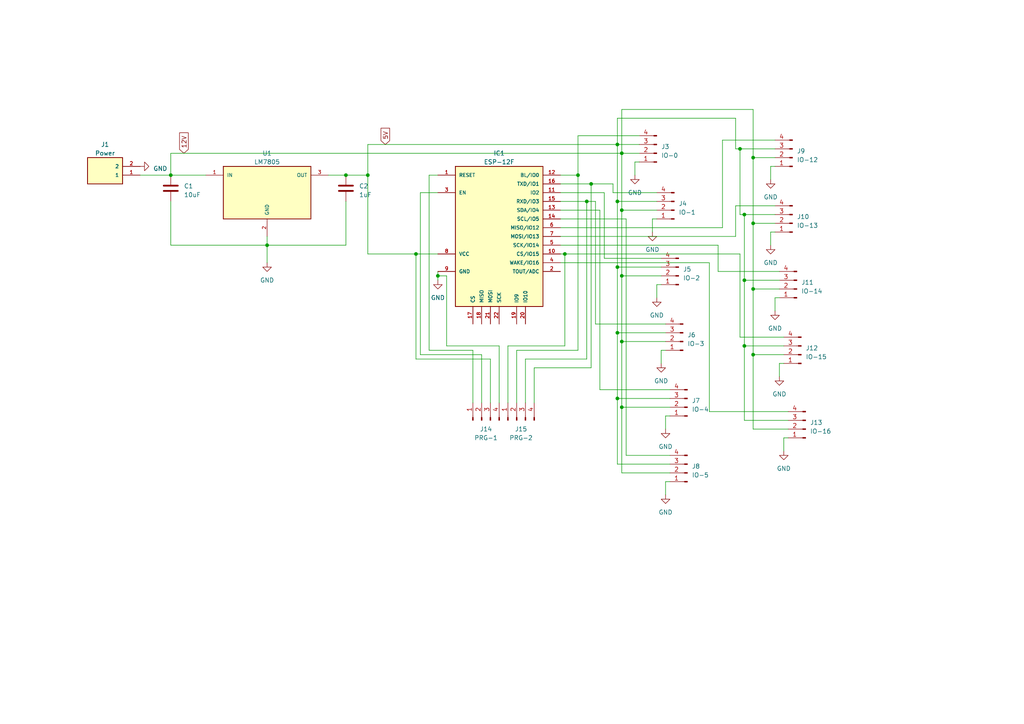
<source format=kicad_sch>
(kicad_sch (version 20230121) (generator eeschema)
  (paper "A4")
  (lib_symbols
    (symbol "Connector:Conn_01x04_Pin" (pin_names (offset 1.016) hide)
      (property "Reference" "J" (at 0 5.08 0))
      (property "Value" "Conn_01x04_Pin" (at 0 -7.62 0))
      (symbol "Conn_01x04_Pin_1_1"
        (polyline (pts (xy 1.27 -5.08) (xy 0.8636 -5.08)) (stroke (width 0.1524)))
        (polyline (pts (xy 1.27 -2.54) (xy 0.8636 -2.54)) (stroke (width 0.1524)))
        (polyline (pts (xy 1.27 0) (xy 0.8636 0)) (stroke (width 0.1524)))
        (polyline (pts (xy 1.27 2.54) (xy 0.8636 2.54)) (stroke (width 0.1524)))
        (rectangle (start 0.8636 -4.953) (end 0 -5.207) (stroke (width 0.1524)) (fill (type outline)))
        (rectangle (start 0.8636 -2.413) (end 0 -2.667) (stroke (width 0.1524)) (fill (type outline)))
        (rectangle (start 0.8636 0.127) (end 0 -0.127) (stroke (width 0.1524)) (fill (type outline)))
        (rectangle (start 0.8636 2.667) (end 0 2.413) (stroke (width 0.1524)) (fill (type outline)))
        (pin passive line (at 5.08 2.54 180) (length 3.81) (name "Pin_1") (number "1"))
        (pin passive line (at 5.08 0 180) (length 3.81) (name "Pin_2") (number "2"))
        (pin passive line (at 5.08 -2.54 180) (length 3.81) (name "Pin_3") (number "3"))
        (pin passive line (at 5.08 -5.08 180) (length 3.81) (name "Pin_4") (number "4"))
      )
    )
    (symbol "Device:C" (pin_numbers hide) (pin_names (offset 0.254))
      (property "Reference" "C" (at 0.635 2.54 0))
      (property "Value" "C" (at 0.635 -2.54 0))
      (symbol "C_0_1"
        (polyline (pts (xy -2.032 -0.762) (xy 2.032 -0.762)) (stroke (width 0.508)))
        (polyline (pts (xy -2.032 0.762) (xy 2.032 0.762)) (stroke (width 0.508)))
      )
      (symbol "C_1_1"
        (pin passive line (at 0 3.81 270) (length 2.794) (name "~") (number "1"))
        (pin passive line (at 0 -3.81 90) (length 2.794) (name "~") (number "2"))
      )
    )
    (symbol "ESP-12F:ESP-12F" (pin_names (offset 1.016))
      (property "Reference" "IC" (at -12.7144 17.8002 0))
      (property "Value" "ESP-12F" (at 12.7157 17.802 0))
      (symbol "ESP-12F_0_0"
        (rectangle (start -12.7 -25.4) (end 12.7 15.24) (stroke (width 0.254)) (fill (type background)))
        (pin bidirectional line (at -17.78 12.7 0) (length 5.08) (name "RESET") (number "1"))
        (pin bidirectional line (at 17.78 -10.16 180) (length 5.08) (name "CS/IO15") (number "10"))
        (pin bidirectional line (at 17.78 7.62 180) (length 5.08) (name "IO2") (number "11"))
        (pin bidirectional line (at 17.78 12.7 180) (length 5.08) (name "BL/IO0") (number "12"))
        (pin bidirectional line (at 17.78 2.54 180) (length 5.08) (name "SDA/IO4") (number "13"))
        (pin bidirectional line (at 17.78 0 180) (length 5.08) (name "SCL/IO5") (number "14"))
        (pin bidirectional line (at 17.78 5.08 180) (length 5.08) (name "RXD/IO3") (number "15"))
        (pin bidirectional line (at 17.78 10.16 180) (length 5.08) (name "TXD/IO1") (number "16"))
        (pin bidirectional line (at -7.62 -30.48 90) (length 5.08) (name "CS") (number "17"))
        (pin bidirectional line (at -5.08 -30.48 90) (length 5.08) (name "MISO") (number "18"))
        (pin bidirectional line (at 5.08 -30.48 90) (length 5.08) (name "IO9") (number "19"))
        (pin bidirectional line (at 17.78 -15.24 180) (length 5.08) (name "TOUT/ADC") (number "2"))
        (pin bidirectional line (at 7.62 -30.48 90) (length 5.08) (name "IO10") (number "20"))
        (pin bidirectional line (at -2.54 -30.48 90) (length 5.08) (name "MOSI") (number "21"))
        (pin bidirectional line (at 0 -30.48 90) (length 5.08) (name "SCK") (number "22"))
        (pin bidirectional line (at -17.78 7.62 0) (length 5.08) (name "EN") (number "3"))
        (pin bidirectional line (at 17.78 -12.7 180) (length 5.08) (name "WAKE/IO16") (number "4"))
        (pin bidirectional line (at 17.78 -7.62 180) (length 5.08) (name "SCK/IO14") (number "5"))
        (pin bidirectional line (at 17.78 -2.54 180) (length 5.08) (name "MISO/IO12") (number "6"))
        (pin bidirectional line (at 17.78 -5.08 180) (length 5.08) (name "MOSI/IO13") (number "7"))
        (pin power_in line (at -17.78 -10.16 0) (length 5.08) (name "VCC") (number "8"))
        (pin power_in line (at -17.78 -15.24 0) (length 5.08) (name "GND") (number "9"))
      )
    )
    (symbol "LM7805:LM7805" (pin_names (offset 1.016))
      (property "Reference" "U" (at 5.0863 15.2588 0))
      (property "Value" "LM7805" (at 17.7846 -7.622 0))
      (symbol "LM7805_0_0"
        (rectangle (start -2.54 -2.54) (end 22.86 12.7) (stroke (width 0.254)) (fill (type background)))
        (pin bidirectional line (at -7.62 10.16 0) (length 5.08) (name "IN") (number "1"))
        (pin bidirectional line (at 10.16 -7.62 90) (length 5.08) (name "GND") (number "2"))
        (pin bidirectional line (at 27.94 10.16 180) (length 5.08) (name "OUT") (number "3"))
      )
    )
    (symbol "TB008A-508-02GR:TB008A-508-02GR" (pin_names (offset 1.016))
      (property "Reference" "J" (at -5.58 5.08 0))
      (property "Value" "TB008A-508-02GR" (at -5.08 -5.08 0))
      (symbol "TB008A-508-02GR_0_0"
        (rectangle (start -5.08 -2.54) (end 5.08 5.08) (stroke (width 0.254)) (fill (type background)))
        (pin passive line (at -10.16 2.54 0) (length 5.08) (name "1") (number "1"))
        (pin passive line (at -10.16 0 0) (length 5.08) (name "2") (number "2"))
      )
    )
    (symbol "power:GND" (power) (pin_names (offset 0))
      (property "Value" "GND" (at 0 -3.81 0))
      (symbol "GND_0_1"
        (polyline (pts (xy 0 0) (xy 0 -1.27) (xy 1.27 -1.27) (xy 0 -2.54) (xy -1.27 -1.27) (xy 0 -1.27)))
      )
      (symbol "GND_1_1"
        (pin power_in line (at 0 0 270) (length 0) hide (name "GND") (number "1"))
      )
    )
  )
  (junction (at 127 80.01))
  (junction (at 218.44 64.77))
  (junction (at 100.33 50.8))
  (junction (at 179.07 115.57))
  (junction (at 180.34 60.96))
  (junction (at 180.34 118.11))
  (junction (at 218.44 102.87))
  (junction (at 77.47 71.12))
  (junction (at 218.44 45.72))
  (junction (at 215.9 62.23))
  (junction (at 180.34 80.01))
  (junction (at 215.9 81.28))
  (junction (at 163.83 73.66))
  (junction (at 179.07 96.52))
  (junction (at 179.07 58.42))
  (junction (at 180.34 44.45))
  (junction (at 120.65 73.66))
  (junction (at 49.53 50.8))
  (junction (at 179.07 77.47))
  (junction (at 170.18 58.42))
  (junction (at 218.44 83.82))
  (junction (at 106.68 50.8))
  (junction (at 215.9 100.33))
  (junction (at 167.64 50.8))
  (junction (at 171.45 53.34))
  (junction (at 214.63 43.18))
  (junction (at 179.07 41.91))
  (junction (at 180.34 99.06))
  (wire (pts (xy 177.8 55.88) (xy 177.8 53.34)))
  (wire (pts (xy 193.04 99.06) (xy 180.34 99.06)))
  (wire (pts (xy 191.77 101.6) (xy 191.77 105.41)))
  (wire (pts (xy 209.55 40.64) (xy 209.55 66.04)))
  (wire (pts (xy 179.07 58.42) (xy 179.07 41.91)))
  (wire (pts (xy 127 50.8) (xy 124.46 50.8)))
  (wire (pts (xy 180.34 137.16) (xy 180.34 118.11)))
  (wire (pts (xy 77.47 71.12) (xy 77.47 76.2)))
  (wire (pts (xy 185.42 39.37) (xy 167.64 39.37)))
  (wire (pts (xy 179.07 96.52) (xy 179.07 77.47)))
  (wire (pts (xy 163.83 73.66) (xy 214.63 73.66)))
  (wire (pts (xy 139.7 102.87) (xy 139.7 116.84)))
  (wire (pts (xy 173.99 60.96) (xy 162.56 60.96)))
  (wire (pts (xy 205.74 76.2) (xy 162.56 76.2)))
  (wire (pts (xy 215.9 100.33) (xy 215.9 121.92)))
  (wire (pts (xy 218.44 83.82) (xy 218.44 64.77)))
  (wire (pts (xy 185.42 41.91) (xy 179.07 41.91)))
  (wire (pts (xy 100.33 58.42) (xy 100.33 71.12)))
  (wire (pts (xy 181.61 132.08) (xy 181.61 63.5)))
  (wire (pts (xy 175.26 74.93) (xy 175.26 55.88)))
  (wire (pts (xy 152.4 104.14) (xy 152.4 116.84)))
  (wire (pts (xy 180.34 31.75) (xy 180.34 44.45)))
  (wire (pts (xy 40.64 50.8) (xy 49.53 50.8)))
  (wire (pts (xy 193.04 96.52) (xy 179.07 96.52)))
  (wire (pts (xy 191.77 80.01) (xy 180.34 80.01)))
  (wire (pts (xy 170.18 104.14) (xy 152.4 104.14)))
  (wire (pts (xy 208.28 78.74) (xy 208.28 71.12)))
  (wire (pts (xy 218.44 45.72) (xy 218.44 31.75)))
  (wire (pts (xy 179.07 134.62) (xy 179.07 115.57)))
  (wire (pts (xy 121.92 102.87) (xy 139.7 102.87)))
  (wire (pts (xy 190.5 63.5) (xy 189.23 63.5)))
  (wire (pts (xy 171.45 53.34) (xy 171.45 106.68)))
  (wire (pts (xy 226.06 86.36) (xy 224.79 86.36)))
  (wire (pts (xy 184.15 46.99) (xy 184.15 50.8)))
  (wire (pts (xy 95.25 50.8) (xy 100.33 50.8)))
  (wire (pts (xy 228.6 127) (xy 227.33 127)))
  (wire (pts (xy 144.78 100.33) (xy 129.54 100.33)))
  (wire (pts (xy 180.34 60.96) (xy 180.34 44.45)))
  (wire (pts (xy 167.64 101.6) (xy 149.86 101.6)))
  (wire (pts (xy 190.5 82.55) (xy 190.5 86.36)))
  (wire (pts (xy 191.77 77.47) (xy 179.07 77.47)))
  (wire (pts (xy 180.34 80.01) (xy 180.34 60.96)))
  (wire (pts (xy 209.55 66.04) (xy 162.56 66.04)))
  (wire (pts (xy 194.31 132.08) (xy 181.61 132.08)))
  (wire (pts (xy 129.54 100.33) (xy 129.54 80.01)))
  (wire (pts (xy 167.64 50.8) (xy 167.64 101.6)))
  (wire (pts (xy 226.06 81.28) (xy 215.9 81.28)))
  (wire (pts (xy 215.9 62.23) (xy 214.63 62.23)))
  (wire (pts (xy 224.79 59.69) (xy 213.36 59.69)))
  (wire (pts (xy 194.31 118.11) (xy 180.34 118.11)))
  (wire (pts (xy 179.07 41.91) (xy 106.68 41.91)))
  (wire (pts (xy 171.45 106.68) (xy 154.94 106.68)))
  (wire (pts (xy 194.31 134.62) (xy 179.07 134.62)))
  (wire (pts (xy 49.53 50.8) (xy 59.69 50.8)))
  (wire (pts (xy 224.79 64.77) (xy 218.44 64.77)))
  (wire (pts (xy 154.94 106.68) (xy 154.94 116.84)))
  (wire (pts (xy 49.53 71.12) (xy 77.47 71.12)))
  (wire (pts (xy 162.56 53.34) (xy 171.45 53.34)))
  (wire (pts (xy 191.77 82.55) (xy 190.5 82.55)))
  (wire (pts (xy 194.31 113.03) (xy 173.99 113.03)))
  (wire (pts (xy 193.04 93.98) (xy 172.72 93.98)))
  (wire (pts (xy 226.06 105.41) (xy 226.06 109.22)))
  (wire (pts (xy 215.9 100.33) (xy 215.9 81.28)))
  (wire (pts (xy 226.06 78.74) (xy 208.28 78.74)))
  (wire (pts (xy 120.65 73.66) (xy 127 73.66)))
  (wire (pts (xy 144.78 116.84) (xy 144.78 100.33)))
  (wire (pts (xy 213.36 68.58) (xy 162.56 68.58)))
  (wire (pts (xy 173.99 113.03) (xy 173.99 60.96)))
  (wire (pts (xy 163.83 100.33) (xy 147.32 100.33)))
  (wire (pts (xy 227.33 100.33) (xy 215.9 100.33)))
  (wire (pts (xy 191.77 74.93) (xy 175.26 74.93)))
  (wire (pts (xy 214.63 43.18) (xy 213.36 43.18)))
  (wire (pts (xy 163.83 73.66) (xy 163.83 100.33)))
  (wire (pts (xy 224.79 43.18) (xy 214.63 43.18)))
  (wire (pts (xy 224.79 48.26) (xy 223.52 48.26)))
  (wire (pts (xy 181.61 63.5) (xy 162.56 63.5)))
  (wire (pts (xy 228.6 121.92) (xy 215.9 121.92)))
  (wire (pts (xy 226.06 83.82) (xy 218.44 83.82)))
  (wire (pts (xy 205.74 119.38) (xy 205.74 76.2)))
  (wire (pts (xy 180.34 44.45) (xy 185.42 44.45)))
  (wire (pts (xy 228.6 119.38) (xy 205.74 119.38)))
  (wire (pts (xy 193.04 120.65) (xy 193.04 124.46)))
  (wire (pts (xy 121.92 55.88) (xy 121.92 102.87)))
  (wire (pts (xy 213.36 34.29) (xy 179.07 34.29)))
  (wire (pts (xy 180.34 99.06) (xy 180.34 80.01)))
  (wire (pts (xy 194.31 137.16) (xy 180.34 137.16)))
  (wire (pts (xy 194.31 115.57) (xy 179.07 115.57)))
  (wire (pts (xy 223.52 67.31) (xy 223.52 71.12)))
  (wire (pts (xy 190.5 58.42) (xy 179.07 58.42)))
  (wire (pts (xy 172.72 58.42) (xy 170.18 58.42)))
  (wire (pts (xy 213.36 43.18) (xy 213.36 34.29)))
  (wire (pts (xy 218.44 102.87) (xy 227.33 102.87)))
  (wire (pts (xy 180.34 118.11) (xy 180.34 99.06)))
  (wire (pts (xy 124.46 101.6) (xy 137.16 101.6)))
  (wire (pts (xy 224.79 67.31) (xy 223.52 67.31)))
  (wire (pts (xy 224.79 62.23) (xy 215.9 62.23)))
  (wire (pts (xy 218.44 31.75) (xy 180.34 31.75)))
  (wire (pts (xy 194.31 120.65) (xy 193.04 120.65)))
  (wire (pts (xy 127 80.01) (xy 127 78.74)))
  (wire (pts (xy 106.68 73.66) (xy 120.65 73.66)))
  (wire (pts (xy 194.31 139.7) (xy 193.04 139.7)))
  (wire (pts (xy 129.54 80.01) (xy 127 80.01)))
  (wire (pts (xy 227.33 97.79) (xy 214.63 97.79)))
  (wire (pts (xy 177.8 53.34) (xy 171.45 53.34)))
  (wire (pts (xy 137.16 101.6) (xy 137.16 116.84)))
  (wire (pts (xy 127 81.28) (xy 127 80.01)))
  (wire (pts (xy 162.56 73.66) (xy 163.83 73.66)))
  (wire (pts (xy 218.44 124.46) (xy 218.44 102.87)))
  (wire (pts (xy 213.36 59.69) (xy 213.36 68.58)))
  (wire (pts (xy 77.47 68.58) (xy 77.47 71.12)))
  (wire (pts (xy 193.04 139.7) (xy 193.04 143.51)))
  (wire (pts (xy 190.5 60.96) (xy 180.34 60.96)))
  (wire (pts (xy 185.42 46.99) (xy 184.15 46.99)))
  (wire (pts (xy 106.68 41.91) (xy 106.68 50.8)))
  (wire (pts (xy 218.44 64.77) (xy 218.44 45.72)))
  (wire (pts (xy 223.52 48.26) (xy 223.52 52.07)))
  (wire (pts (xy 142.24 104.14) (xy 120.65 104.14)))
  (wire (pts (xy 162.56 50.8) (xy 167.64 50.8)))
  (wire (pts (xy 193.04 101.6) (xy 191.77 101.6)))
  (wire (pts (xy 179.07 115.57) (xy 179.07 96.52)))
  (wire (pts (xy 189.23 63.5) (xy 189.23 67.31)))
  (wire (pts (xy 147.32 100.33) (xy 147.32 116.84)))
  (wire (pts (xy 224.79 86.36) (xy 224.79 90.17)))
  (wire (pts (xy 49.53 50.8) (xy 49.53 44.45)))
  (wire (pts (xy 214.63 43.18) (xy 214.63 62.23)))
  (wire (pts (xy 170.18 58.42) (xy 170.18 104.14)))
  (wire (pts (xy 106.68 50.8) (xy 106.68 73.66)))
  (wire (pts (xy 224.79 45.72) (xy 218.44 45.72)))
  (wire (pts (xy 172.72 93.98) (xy 172.72 58.42)))
  (wire (pts (xy 149.86 101.6) (xy 149.86 116.84)))
  (wire (pts (xy 127 55.88) (xy 121.92 55.88)))
  (wire (pts (xy 179.07 34.29) (xy 179.07 41.91)))
  (wire (pts (xy 218.44 83.82) (xy 218.44 102.87)))
  (wire (pts (xy 227.33 127) (xy 227.33 130.81)))
  (wire (pts (xy 162.56 58.42) (xy 170.18 58.42)))
  (wire (pts (xy 100.33 71.12) (xy 77.47 71.12)))
  (wire (pts (xy 208.28 71.12) (xy 162.56 71.12)))
  (wire (pts (xy 179.07 77.47) (xy 179.07 58.42)))
  (wire (pts (xy 49.53 44.45) (xy 180.34 44.45)))
  (wire (pts (xy 175.26 55.88) (xy 162.56 55.88)))
  (wire (pts (xy 214.63 97.79) (xy 214.63 73.66)))
  (wire (pts (xy 190.5 55.88) (xy 177.8 55.88)))
  (wire (pts (xy 120.65 104.14) (xy 120.65 73.66)))
  (wire (pts (xy 227.33 105.41) (xy 226.06 105.41)))
  (wire (pts (xy 224.79 40.64) (xy 209.55 40.64)))
  (wire (pts (xy 215.9 81.28) (xy 215.9 62.23)))
  (wire (pts (xy 49.53 58.42) (xy 49.53 71.12)))
  (wire (pts (xy 228.6 124.46) (xy 218.44 124.46)))
  (wire (pts (xy 100.33 50.8) (xy 106.68 50.8)))
  (wire (pts (xy 124.46 50.8) (xy 124.46 101.6)))
  (wire (pts (xy 167.64 39.37) (xy 167.64 50.8)))
  (wire (pts (xy 142.24 116.84) (xy 142.24 104.14)))
  (global_label "12V" (shape input) (at 53.34 44.45 90) (property "Intersheetrefs" "${INTERSHEET_REFS}" (effects hide)))
  (global_label "5V" (shape input) (at 111.76 41.91 90) (property "Intersheetrefs" "${INTERSHEET_REFS}" (effects hide)))
  (symbol (lib_id "Connector:Conn_01x04_Pin") (at 196.85 80.01 180) (unit 1)
    (property "Reference" "J5" (at 198.12 78.105 0) (effects (justify right)))
    (property "Value" "IO-2" (at 198.12 80.645 0) (effects (justify right)))
    (property "Footprint" "Connector_JST:JST_EH_B4B-EH-A_1x04_P2.50mm_Vertical" (effects hide))
  )
  (symbol (lib_id "Connector:Conn_01x04_Pin") (at 195.58 60.96 180) (unit 1)
    (property "Reference" "J4" (at 196.85 59.055 0) (effects (justify right)))
    (property "Value" "IO-1" (at 196.85 61.595 0) (effects (justify right)))
    (property "Footprint" "Connector_JST:JST_EH_B4B-EH-A_1x04_P2.50mm_Vertical" (effects hide))
  )
  (symbol (lib_id "power:GND") (at 224.79 90.17 0) (unit 1)
    (property "Reference" "#PWR012" (effects hide))
    (property "Value" "GND" (at 224.79 95.25 0))
  )
  (symbol (lib_id "power:GND") (at 223.52 71.12 0) (unit 1)
    (property "Reference" "#PWR011" (effects hide))
    (property "Value" "GND" (at 223.52 76.2 0))
  )
  (symbol (lib_id "LM7805:LM7805") (at 67.31 60.96 0) (unit 1)
    (property "Reference" "U1" (at 77.47 44.45 0))
    (property "Value" "LM7805" (at 77.47 46.99 0))
    (property "Footprint" "LM7805CT_NOPB:TO254P1054X470X1955-3" (effects hide))
  )
  (symbol (lib_id "Connector:Conn_01x04_Pin") (at 233.68 124.46 180) (unit 1)
    (property "Reference" "J13" (at 234.95 122.555 0) (effects (justify right)))
    (property "Value" "IO-16" (at 234.95 125.095 0) (effects (justify right)))
    (property "Footprint" "Connector_JST:JST_EH_B4B-EH-A_1x04_P2.50mm_Vertical" (effects hide))
  )
  (symbol (lib_id "power:GND") (at 40.64 48.26 90) (unit 1)
    (property "Reference" "#PWR01" (effects hide))
    (property "Value" "GND" (at 44.45 48.895 90) (effects (justify right)))
  )
  (symbol (lib_id "Connector:Conn_01x04_Pin") (at 139.7 121.92 90) (unit 1)
    (property "Reference" "J14" (at 140.97 124.46 90))
    (property "Value" "PRG-1" (at 140.97 127 90))
    (property "Footprint" "Connector_JST:JST_EH_B4B-EH-A_1x04_P2.50mm_Vertical" (effects hide))
  )
  (symbol (lib_id "power:GND") (at 193.04 124.46 0) (unit 1)
    (property "Reference" "#PWR08" (effects hide))
    (property "Value" "GND" (at 193.04 129.54 0))
  )
  (symbol (lib_id "Connector:Conn_01x04_Pin") (at 231.14 83.82 180) (unit 1)
    (property "Reference" "J11" (at 232.41 81.915 0) (effects (justify right)))
    (property "Value" "IO-14" (at 232.41 84.455 0) (effects (justify right)))
    (property "Footprint" "Connector_JST:JST_EH_B4B-EH-A_1x04_P2.50mm_Vertical" (effects hide))
  )
  (symbol (lib_id "power:GND") (at 77.47 76.2 0) (unit 1)
    (property "Reference" "#PWR02" (effects hide))
    (property "Value" "GND" (at 77.47 81.28 0))
  )
  (symbol (lib_id "Connector:Conn_01x04_Pin") (at 198.12 99.06 180) (unit 1)
    (property "Reference" "J6" (at 199.39 97.155 0) (effects (justify right)))
    (property "Value" "IO-3" (at 199.39 99.695 0) (effects (justify right)))
    (property "Footprint" "Connector_JST:JST_EH_B4B-EH-A_1x04_P2.50mm_Vertical" (effects hide))
  )
  (symbol (lib_id "Device:C") (at 49.53 54.61 0) (unit 1)
    (property "Reference" "C1" (at 53.34 53.975 0) (effects (justify left)))
    (property "Value" "10uF" (at 53.34 56.515 0) (effects (justify left)))
    (property "Footprint" "Capacitor_THT:CP_Radial_D5.0mm_P2.50mm" (effects hide))
  )
  (symbol (lib_id "power:GND") (at 226.06 109.22 0) (unit 1)
    (property "Reference" "#PWR013" (effects hide))
    (property "Value" "GND" (at 226.06 114.3 0))
  )
  (symbol (lib_id "ESP-12F:ESP-12F") (at 144.78 63.5 0) (unit 1)
    (property "Reference" "IC1" (at 144.78 44.45 0))
    (property "Value" "ESP-12F" (at 144.78 46.99 0))
    (property "Footprint" "ESP-12F" (effects hide))
  )
  (symbol (lib_id "Connector:Conn_01x04_Pin") (at 199.39 118.11 180) (unit 1)
    (property "Reference" "J7" (at 200.66 116.205 0) (effects (justify right)))
    (property "Value" "IO-4" (at 200.66 118.745 0) (effects (justify right)))
    (property "Footprint" "Connector_JST:JST_EH_B4B-EH-A_1x04_P2.50mm_Vertical" (effects hide))
  )
  (symbol (lib_id "power:GND") (at 223.52 52.07 0) (unit 1)
    (property "Reference" "#PWR010" (effects hide))
    (property "Value" "GND" (at 223.52 57.15 0))
  )
  (symbol (lib_id "TB008A-508-02GR:TB008A-508-02GR") (at 30.48 48.26 180) (unit 1)
    (property "Reference" "J1" (at 30.48 41.91 0))
    (property "Value" "Power" (at 30.48 44.45 0))
    (property "Footprint" "TB008A-508-02GR:CUI_TB008A-508-02GR" (effects hide))
    (property "STANDARD" "Manufacturer Recommendations" (effects hide))
    (property "MANUFACTURER" "CUI" (effects hide))
  )
  (symbol (lib_id "Connector:Conn_01x04_Pin") (at 199.39 137.16 180) (unit 1)
    (property "Reference" "J8" (at 200.66 135.255 0) (effects (justify right)))
    (property "Value" "IO-5" (at 200.66 137.795 0) (effects (justify right)))
    (property "Footprint" "Connector_JST:JST_EH_B4B-EH-A_1x04_P2.50mm_Vertical" (effects hide))
  )
  (symbol (lib_id "Connector:Conn_01x04_Pin") (at 229.87 45.72 180) (unit 1)
    (property "Reference" "J9" (at 231.14 43.815 0) (effects (justify right)))
    (property "Value" "IO-12" (at 231.14 46.355 0) (effects (justify right)))
    (property "Footprint" "Connector_JST:JST_EH_B4B-EH-A_1x04_P2.50mm_Vertical" (effects hide))
  )
  (symbol (lib_id "Connector:Conn_01x04_Pin") (at 232.41 102.87 180) (unit 1)
    (property "Reference" "J12" (at 233.68 100.965 0) (effects (justify right)))
    (property "Value" "IO-15" (at 233.68 103.505 0) (effects (justify right)))
    (property "Footprint" "Connector_JST:JST_EH_B4B-EH-A_1x04_P2.50mm_Vertical" (effects hide))
  )
  (symbol (lib_id "Connector:Conn_01x04_Pin") (at 149.86 121.92 90) (unit 1)
    (property "Reference" "J15" (at 151.13 124.46 90))
    (property "Value" "PRG-2" (at 151.13 127 90))
    (property "Footprint" "Connector_JST:JST_EH_B4B-EH-A_1x04_P2.50mm_Vertical" (effects hide))
  )
  (symbol (lib_id "power:GND") (at 127 81.28 0) (unit 1)
    (property "Reference" "#PWR03" (effects hide))
    (property "Value" "GND" (at 127 86.36 0))
  )
  (symbol (lib_id "power:GND") (at 191.77 105.41 0) (unit 1)
    (property "Reference" "#PWR07" (effects hide))
    (property "Value" "GND" (at 191.77 110.49 0))
  )
  (symbol (lib_id "power:GND") (at 227.33 130.81 0) (unit 1)
    (property "Reference" "#PWR014" (effects hide))
    (property "Value" "GND" (at 227.33 135.89 0))
  )
  (symbol (lib_id "power:GND") (at 190.5 86.36 0) (unit 1)
    (property "Reference" "#PWR06" (effects hide))
    (property "Value" "GND" (at 190.5 91.44 0))
  )
  (symbol (lib_id "Device:C") (at 100.33 54.61 0) (unit 1)
    (property "Reference" "C2" (at 104.14 53.975 0) (effects (justify left)))
    (property "Value" "1uF" (at 104.14 56.515 0) (effects (justify left)))
    (property "Footprint" "Capacitor_THT:CP_Radial_D5.0mm_P2.50mm" (effects hide))
  )
  (symbol (lib_id "Connector:Conn_01x04_Pin") (at 229.87 64.77 180) (unit 1)
    (property "Reference" "J10" (at 231.14 62.865 0) (effects (justify right)))
    (property "Value" "IO-13" (at 231.14 65.405 0) (effects (justify right)))
    (property "Footprint" "Connector_JST:JST_EH_B4B-EH-A_1x04_P2.50mm_Vertical" (effects hide))
  )
  (symbol (lib_id "power:GND") (at 193.04 143.51 0) (unit 1)
    (property "Reference" "#PWR09" (effects hide))
    (property "Value" "GND" (at 193.04 148.59 0))
  )
  (symbol (lib_id "power:GND") (at 189.23 67.31 0) (unit 1)
    (property "Reference" "#PWR05" (effects hide))
    (property "Value" "GND" (at 189.23 72.39 0))
  )
  (symbol (lib_id "power:GND") (at 184.15 50.8 0) (unit 1)
    (property "Reference" "#PWR04" (effects hide))
    (property "Value" "GND" (at 184.15 55.88 0))
  )
  (symbol (lib_id "Connector:Conn_01x04_Pin") (at 190.5 44.45 180) (unit 1)
    (property "Reference" "J3" (at 191.77 42.545 0) (effects (justify right)))
    (property "Value" "IO-0" (at 191.77 45.085 0) (effects (justify right)))
    (property "Footprint" "Connector_JST:JST_EH_B4B-EH-A_1x04_P2.50mm_Vertical" (effects hide))
  )
)
</source>
